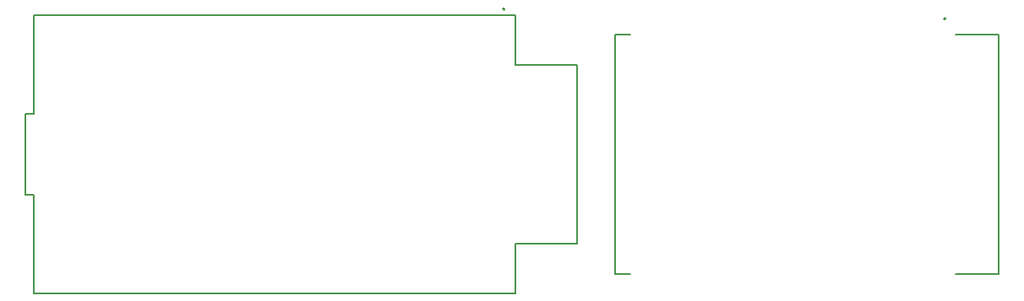
<source format=gbr>
%TF.GenerationSoftware,KiCad,Pcbnew,6.0.11+dfsg-1*%
%TF.CreationDate,2025-08-05T12:34:31+02:00*%
%TF.ProjectId,Kimera,4b696d65-7261-42e6-9b69-6361645f7063,rev?*%
%TF.SameCoordinates,Original*%
%TF.FileFunction,Legend,Top*%
%TF.FilePolarity,Positive*%
%FSLAX46Y46*%
G04 Gerber Fmt 4.6, Leading zero omitted, Abs format (unit mm)*
G04 Created by KiCad (PCBNEW 6.0.11+dfsg-1) date 2025-08-05 12:34:31*
%MOMM*%
%LPD*%
G01*
G04 APERTURE LIST*
%ADD10C,0.127000*%
%ADD11C,0.200000*%
G04 APERTURE END LIST*
D10*
%TO.C,U2*%
X156010000Y-89600000D02*
X157545000Y-89600000D01*
X194510000Y-89600000D02*
X190155000Y-89600000D01*
X157545000Y-113600000D02*
X156010000Y-113600000D01*
X194510000Y-113600000D02*
X190155000Y-113600000D01*
X156010000Y-113600000D02*
X156010000Y-89600000D01*
X194510000Y-89600000D02*
X194510000Y-113600000D01*
D11*
X189180000Y-87985000D02*
G75*
G03*
X189180000Y-87985000I-100000J0D01*
G01*
%TO.C,U1*%
X144990000Y-87030000D02*
G75*
G03*
X144990000Y-87030000I-100000J0D01*
G01*
D10*
X146020000Y-87650000D02*
X97820000Y-87650000D01*
X97820000Y-115550000D02*
X146020000Y-115550000D01*
X146020000Y-115550000D02*
X146020000Y-110600000D01*
X146020000Y-92600000D02*
X146020000Y-87650000D01*
X146020000Y-92600000D02*
X152220000Y-92600000D01*
X152220000Y-92600000D02*
X152220000Y-110600000D01*
X152220000Y-110600000D02*
X146020000Y-110600000D01*
X97820000Y-87650000D02*
X97820000Y-97530000D01*
X97820000Y-97530000D02*
X96920000Y-97530000D01*
X96920000Y-97530000D02*
X96920000Y-105660000D01*
X96920000Y-105660000D02*
X97820000Y-105660000D01*
X97820000Y-105660000D02*
X97820000Y-115550000D01*
%TD*%
M02*

</source>
